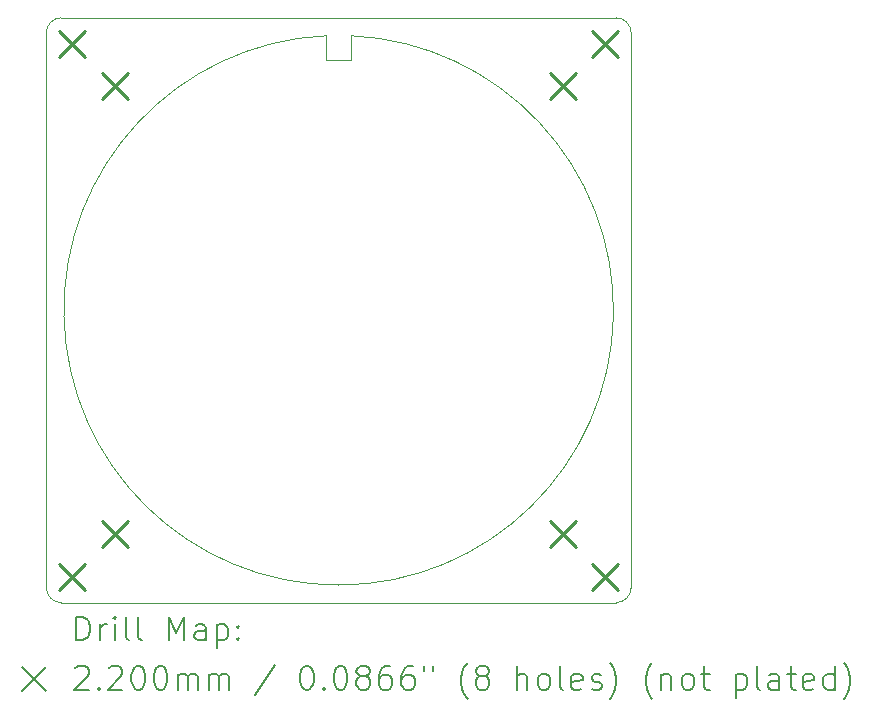
<source format=gbr>
%TF.GenerationSoftware,KiCad,Pcbnew,7.0.5*%
%TF.CreationDate,2024-08-05T11:44:23+08:00*%
%TF.ProjectId,TPS,5450532e-6b69-4636-9164-5f7063625858,rev?*%
%TF.SameCoordinates,Original*%
%TF.FileFunction,Drillmap*%
%TF.FilePolarity,Positive*%
%FSLAX45Y45*%
G04 Gerber Fmt 4.5, Leading zero omitted, Abs format (unit mm)*
G04 Created by KiCad (PCBNEW 7.0.5) date 2024-08-05 11:44:23*
%MOMM*%
%LPD*%
G01*
G04 APERTURE LIST*
%ADD10C,0.100000*%
%ADD11C,0.120000*%
%ADD12C,0.200000*%
%ADD13C,0.220000*%
G04 APERTURE END LIST*
D10*
X6426800Y-5924300D02*
X6426800Y-5720200D01*
D11*
X8670500Y-5568600D02*
X3973100Y-5568600D01*
X3846100Y-10393000D02*
G75*
G03*
X3973100Y-10520000I127000J0D01*
G01*
X3973100Y-5568600D02*
G75*
G03*
X3846100Y-5695600I0J-127000D01*
G01*
X8797500Y-10393000D02*
X8797500Y-5695600D01*
D10*
X6216800Y-5924300D02*
X6426800Y-5924300D01*
D11*
X8670500Y-10520000D02*
X3973100Y-10520000D01*
X3846100Y-5695600D02*
X3846100Y-10393000D01*
X8670500Y-10520000D02*
G75*
G03*
X8797500Y-10393000I0J127000D01*
G01*
X8797500Y-5695600D02*
G75*
G03*
X8670500Y-5568600I-127000J0D01*
G01*
D10*
X6216800Y-5924300D02*
X6216800Y-5720200D01*
X6216800Y-5720200D02*
G75*
G03*
X6426800Y-5720200I105000J-2324106D01*
G01*
D12*
D13*
X3956100Y-5678600D02*
X4176100Y-5898600D01*
X4176100Y-5678600D02*
X3956100Y-5898600D01*
X3956100Y-10190000D02*
X4176100Y-10410000D01*
X4176100Y-10190000D02*
X3956100Y-10410000D01*
X4316100Y-6038600D02*
X4536100Y-6258600D01*
X4536100Y-6038600D02*
X4316100Y-6258600D01*
X4316100Y-9830000D02*
X4536100Y-10050000D01*
X4536100Y-9830000D02*
X4316100Y-10050000D01*
X8107500Y-6038600D02*
X8327500Y-6258600D01*
X8327500Y-6038600D02*
X8107500Y-6258600D01*
X8107500Y-9830000D02*
X8327500Y-10050000D01*
X8327500Y-9830000D02*
X8107500Y-10050000D01*
X8467500Y-5678600D02*
X8687500Y-5898600D01*
X8687500Y-5678600D02*
X8467500Y-5898600D01*
X8467500Y-10190000D02*
X8687500Y-10410000D01*
X8687500Y-10190000D02*
X8467500Y-10410000D01*
D12*
X4100877Y-10837484D02*
X4100877Y-10637484D01*
X4100877Y-10637484D02*
X4148496Y-10637484D01*
X4148496Y-10637484D02*
X4177067Y-10647008D01*
X4177067Y-10647008D02*
X4196115Y-10666055D01*
X4196115Y-10666055D02*
X4205639Y-10685103D01*
X4205639Y-10685103D02*
X4215163Y-10723198D01*
X4215163Y-10723198D02*
X4215163Y-10751770D01*
X4215163Y-10751770D02*
X4205639Y-10789865D01*
X4205639Y-10789865D02*
X4196115Y-10808912D01*
X4196115Y-10808912D02*
X4177067Y-10827960D01*
X4177067Y-10827960D02*
X4148496Y-10837484D01*
X4148496Y-10837484D02*
X4100877Y-10837484D01*
X4300877Y-10837484D02*
X4300877Y-10704150D01*
X4300877Y-10742246D02*
X4310401Y-10723198D01*
X4310401Y-10723198D02*
X4319924Y-10713674D01*
X4319924Y-10713674D02*
X4338972Y-10704150D01*
X4338972Y-10704150D02*
X4358020Y-10704150D01*
X4424686Y-10837484D02*
X4424686Y-10704150D01*
X4424686Y-10637484D02*
X4415163Y-10647008D01*
X4415163Y-10647008D02*
X4424686Y-10656531D01*
X4424686Y-10656531D02*
X4434210Y-10647008D01*
X4434210Y-10647008D02*
X4424686Y-10637484D01*
X4424686Y-10637484D02*
X4424686Y-10656531D01*
X4548496Y-10837484D02*
X4529448Y-10827960D01*
X4529448Y-10827960D02*
X4519924Y-10808912D01*
X4519924Y-10808912D02*
X4519924Y-10637484D01*
X4653258Y-10837484D02*
X4634210Y-10827960D01*
X4634210Y-10827960D02*
X4624686Y-10808912D01*
X4624686Y-10808912D02*
X4624686Y-10637484D01*
X4881829Y-10837484D02*
X4881829Y-10637484D01*
X4881829Y-10637484D02*
X4948496Y-10780341D01*
X4948496Y-10780341D02*
X5015163Y-10637484D01*
X5015163Y-10637484D02*
X5015163Y-10837484D01*
X5196115Y-10837484D02*
X5196115Y-10732722D01*
X5196115Y-10732722D02*
X5186591Y-10713674D01*
X5186591Y-10713674D02*
X5167544Y-10704150D01*
X5167544Y-10704150D02*
X5129448Y-10704150D01*
X5129448Y-10704150D02*
X5110401Y-10713674D01*
X5196115Y-10827960D02*
X5177067Y-10837484D01*
X5177067Y-10837484D02*
X5129448Y-10837484D01*
X5129448Y-10837484D02*
X5110401Y-10827960D01*
X5110401Y-10827960D02*
X5100877Y-10808912D01*
X5100877Y-10808912D02*
X5100877Y-10789865D01*
X5100877Y-10789865D02*
X5110401Y-10770817D01*
X5110401Y-10770817D02*
X5129448Y-10761293D01*
X5129448Y-10761293D02*
X5177067Y-10761293D01*
X5177067Y-10761293D02*
X5196115Y-10751770D01*
X5291353Y-10704150D02*
X5291353Y-10904150D01*
X5291353Y-10713674D02*
X5310401Y-10704150D01*
X5310401Y-10704150D02*
X5348496Y-10704150D01*
X5348496Y-10704150D02*
X5367544Y-10713674D01*
X5367544Y-10713674D02*
X5377067Y-10723198D01*
X5377067Y-10723198D02*
X5386591Y-10742246D01*
X5386591Y-10742246D02*
X5386591Y-10799389D01*
X5386591Y-10799389D02*
X5377067Y-10818436D01*
X5377067Y-10818436D02*
X5367544Y-10827960D01*
X5367544Y-10827960D02*
X5348496Y-10837484D01*
X5348496Y-10837484D02*
X5310401Y-10837484D01*
X5310401Y-10837484D02*
X5291353Y-10827960D01*
X5472305Y-10818436D02*
X5481829Y-10827960D01*
X5481829Y-10827960D02*
X5472305Y-10837484D01*
X5472305Y-10837484D02*
X5462782Y-10827960D01*
X5462782Y-10827960D02*
X5472305Y-10818436D01*
X5472305Y-10818436D02*
X5472305Y-10837484D01*
X5472305Y-10713674D02*
X5481829Y-10723198D01*
X5481829Y-10723198D02*
X5472305Y-10732722D01*
X5472305Y-10732722D02*
X5462782Y-10723198D01*
X5462782Y-10723198D02*
X5472305Y-10713674D01*
X5472305Y-10713674D02*
X5472305Y-10732722D01*
X3640100Y-11066000D02*
X3840100Y-11266000D01*
X3840100Y-11066000D02*
X3640100Y-11266000D01*
X4091353Y-11076531D02*
X4100877Y-11067008D01*
X4100877Y-11067008D02*
X4119924Y-11057484D01*
X4119924Y-11057484D02*
X4167543Y-11057484D01*
X4167543Y-11057484D02*
X4186591Y-11067008D01*
X4186591Y-11067008D02*
X4196115Y-11076531D01*
X4196115Y-11076531D02*
X4205639Y-11095579D01*
X4205639Y-11095579D02*
X4205639Y-11114627D01*
X4205639Y-11114627D02*
X4196115Y-11143198D01*
X4196115Y-11143198D02*
X4081829Y-11257484D01*
X4081829Y-11257484D02*
X4205639Y-11257484D01*
X4291353Y-11238436D02*
X4300877Y-11247960D01*
X4300877Y-11247960D02*
X4291353Y-11257484D01*
X4291353Y-11257484D02*
X4281829Y-11247960D01*
X4281829Y-11247960D02*
X4291353Y-11238436D01*
X4291353Y-11238436D02*
X4291353Y-11257484D01*
X4377067Y-11076531D02*
X4386591Y-11067008D01*
X4386591Y-11067008D02*
X4405639Y-11057484D01*
X4405639Y-11057484D02*
X4453258Y-11057484D01*
X4453258Y-11057484D02*
X4472305Y-11067008D01*
X4472305Y-11067008D02*
X4481829Y-11076531D01*
X4481829Y-11076531D02*
X4491353Y-11095579D01*
X4491353Y-11095579D02*
X4491353Y-11114627D01*
X4491353Y-11114627D02*
X4481829Y-11143198D01*
X4481829Y-11143198D02*
X4367544Y-11257484D01*
X4367544Y-11257484D02*
X4491353Y-11257484D01*
X4615163Y-11057484D02*
X4634210Y-11057484D01*
X4634210Y-11057484D02*
X4653258Y-11067008D01*
X4653258Y-11067008D02*
X4662782Y-11076531D01*
X4662782Y-11076531D02*
X4672305Y-11095579D01*
X4672305Y-11095579D02*
X4681829Y-11133674D01*
X4681829Y-11133674D02*
X4681829Y-11181293D01*
X4681829Y-11181293D02*
X4672305Y-11219388D01*
X4672305Y-11219388D02*
X4662782Y-11238436D01*
X4662782Y-11238436D02*
X4653258Y-11247960D01*
X4653258Y-11247960D02*
X4634210Y-11257484D01*
X4634210Y-11257484D02*
X4615163Y-11257484D01*
X4615163Y-11257484D02*
X4596115Y-11247960D01*
X4596115Y-11247960D02*
X4586591Y-11238436D01*
X4586591Y-11238436D02*
X4577067Y-11219388D01*
X4577067Y-11219388D02*
X4567544Y-11181293D01*
X4567544Y-11181293D02*
X4567544Y-11133674D01*
X4567544Y-11133674D02*
X4577067Y-11095579D01*
X4577067Y-11095579D02*
X4586591Y-11076531D01*
X4586591Y-11076531D02*
X4596115Y-11067008D01*
X4596115Y-11067008D02*
X4615163Y-11057484D01*
X4805639Y-11057484D02*
X4824686Y-11057484D01*
X4824686Y-11057484D02*
X4843734Y-11067008D01*
X4843734Y-11067008D02*
X4853258Y-11076531D01*
X4853258Y-11076531D02*
X4862782Y-11095579D01*
X4862782Y-11095579D02*
X4872305Y-11133674D01*
X4872305Y-11133674D02*
X4872305Y-11181293D01*
X4872305Y-11181293D02*
X4862782Y-11219388D01*
X4862782Y-11219388D02*
X4853258Y-11238436D01*
X4853258Y-11238436D02*
X4843734Y-11247960D01*
X4843734Y-11247960D02*
X4824686Y-11257484D01*
X4824686Y-11257484D02*
X4805639Y-11257484D01*
X4805639Y-11257484D02*
X4786591Y-11247960D01*
X4786591Y-11247960D02*
X4777067Y-11238436D01*
X4777067Y-11238436D02*
X4767544Y-11219388D01*
X4767544Y-11219388D02*
X4758020Y-11181293D01*
X4758020Y-11181293D02*
X4758020Y-11133674D01*
X4758020Y-11133674D02*
X4767544Y-11095579D01*
X4767544Y-11095579D02*
X4777067Y-11076531D01*
X4777067Y-11076531D02*
X4786591Y-11067008D01*
X4786591Y-11067008D02*
X4805639Y-11057484D01*
X4958020Y-11257484D02*
X4958020Y-11124150D01*
X4958020Y-11143198D02*
X4967544Y-11133674D01*
X4967544Y-11133674D02*
X4986591Y-11124150D01*
X4986591Y-11124150D02*
X5015163Y-11124150D01*
X5015163Y-11124150D02*
X5034210Y-11133674D01*
X5034210Y-11133674D02*
X5043734Y-11152722D01*
X5043734Y-11152722D02*
X5043734Y-11257484D01*
X5043734Y-11152722D02*
X5053258Y-11133674D01*
X5053258Y-11133674D02*
X5072305Y-11124150D01*
X5072305Y-11124150D02*
X5100877Y-11124150D01*
X5100877Y-11124150D02*
X5119925Y-11133674D01*
X5119925Y-11133674D02*
X5129448Y-11152722D01*
X5129448Y-11152722D02*
X5129448Y-11257484D01*
X5224686Y-11257484D02*
X5224686Y-11124150D01*
X5224686Y-11143198D02*
X5234210Y-11133674D01*
X5234210Y-11133674D02*
X5253258Y-11124150D01*
X5253258Y-11124150D02*
X5281829Y-11124150D01*
X5281829Y-11124150D02*
X5300877Y-11133674D01*
X5300877Y-11133674D02*
X5310401Y-11152722D01*
X5310401Y-11152722D02*
X5310401Y-11257484D01*
X5310401Y-11152722D02*
X5319925Y-11133674D01*
X5319925Y-11133674D02*
X5338972Y-11124150D01*
X5338972Y-11124150D02*
X5367544Y-11124150D01*
X5367544Y-11124150D02*
X5386591Y-11133674D01*
X5386591Y-11133674D02*
X5396115Y-11152722D01*
X5396115Y-11152722D02*
X5396115Y-11257484D01*
X5786591Y-11047960D02*
X5615163Y-11305103D01*
X6043734Y-11057484D02*
X6062782Y-11057484D01*
X6062782Y-11057484D02*
X6081829Y-11067008D01*
X6081829Y-11067008D02*
X6091353Y-11076531D01*
X6091353Y-11076531D02*
X6100877Y-11095579D01*
X6100877Y-11095579D02*
X6110401Y-11133674D01*
X6110401Y-11133674D02*
X6110401Y-11181293D01*
X6110401Y-11181293D02*
X6100877Y-11219388D01*
X6100877Y-11219388D02*
X6091353Y-11238436D01*
X6091353Y-11238436D02*
X6081829Y-11247960D01*
X6081829Y-11247960D02*
X6062782Y-11257484D01*
X6062782Y-11257484D02*
X6043734Y-11257484D01*
X6043734Y-11257484D02*
X6024686Y-11247960D01*
X6024686Y-11247960D02*
X6015163Y-11238436D01*
X6015163Y-11238436D02*
X6005639Y-11219388D01*
X6005639Y-11219388D02*
X5996115Y-11181293D01*
X5996115Y-11181293D02*
X5996115Y-11133674D01*
X5996115Y-11133674D02*
X6005639Y-11095579D01*
X6005639Y-11095579D02*
X6015163Y-11076531D01*
X6015163Y-11076531D02*
X6024686Y-11067008D01*
X6024686Y-11067008D02*
X6043734Y-11057484D01*
X6196115Y-11238436D02*
X6205639Y-11247960D01*
X6205639Y-11247960D02*
X6196115Y-11257484D01*
X6196115Y-11257484D02*
X6186591Y-11247960D01*
X6186591Y-11247960D02*
X6196115Y-11238436D01*
X6196115Y-11238436D02*
X6196115Y-11257484D01*
X6329448Y-11057484D02*
X6348496Y-11057484D01*
X6348496Y-11057484D02*
X6367544Y-11067008D01*
X6367544Y-11067008D02*
X6377067Y-11076531D01*
X6377067Y-11076531D02*
X6386591Y-11095579D01*
X6386591Y-11095579D02*
X6396115Y-11133674D01*
X6396115Y-11133674D02*
X6396115Y-11181293D01*
X6396115Y-11181293D02*
X6386591Y-11219388D01*
X6386591Y-11219388D02*
X6377067Y-11238436D01*
X6377067Y-11238436D02*
X6367544Y-11247960D01*
X6367544Y-11247960D02*
X6348496Y-11257484D01*
X6348496Y-11257484D02*
X6329448Y-11257484D01*
X6329448Y-11257484D02*
X6310401Y-11247960D01*
X6310401Y-11247960D02*
X6300877Y-11238436D01*
X6300877Y-11238436D02*
X6291353Y-11219388D01*
X6291353Y-11219388D02*
X6281829Y-11181293D01*
X6281829Y-11181293D02*
X6281829Y-11133674D01*
X6281829Y-11133674D02*
X6291353Y-11095579D01*
X6291353Y-11095579D02*
X6300877Y-11076531D01*
X6300877Y-11076531D02*
X6310401Y-11067008D01*
X6310401Y-11067008D02*
X6329448Y-11057484D01*
X6510401Y-11143198D02*
X6491353Y-11133674D01*
X6491353Y-11133674D02*
X6481829Y-11124150D01*
X6481829Y-11124150D02*
X6472306Y-11105103D01*
X6472306Y-11105103D02*
X6472306Y-11095579D01*
X6472306Y-11095579D02*
X6481829Y-11076531D01*
X6481829Y-11076531D02*
X6491353Y-11067008D01*
X6491353Y-11067008D02*
X6510401Y-11057484D01*
X6510401Y-11057484D02*
X6548496Y-11057484D01*
X6548496Y-11057484D02*
X6567544Y-11067008D01*
X6567544Y-11067008D02*
X6577067Y-11076531D01*
X6577067Y-11076531D02*
X6586591Y-11095579D01*
X6586591Y-11095579D02*
X6586591Y-11105103D01*
X6586591Y-11105103D02*
X6577067Y-11124150D01*
X6577067Y-11124150D02*
X6567544Y-11133674D01*
X6567544Y-11133674D02*
X6548496Y-11143198D01*
X6548496Y-11143198D02*
X6510401Y-11143198D01*
X6510401Y-11143198D02*
X6491353Y-11152722D01*
X6491353Y-11152722D02*
X6481829Y-11162246D01*
X6481829Y-11162246D02*
X6472306Y-11181293D01*
X6472306Y-11181293D02*
X6472306Y-11219388D01*
X6472306Y-11219388D02*
X6481829Y-11238436D01*
X6481829Y-11238436D02*
X6491353Y-11247960D01*
X6491353Y-11247960D02*
X6510401Y-11257484D01*
X6510401Y-11257484D02*
X6548496Y-11257484D01*
X6548496Y-11257484D02*
X6567544Y-11247960D01*
X6567544Y-11247960D02*
X6577067Y-11238436D01*
X6577067Y-11238436D02*
X6586591Y-11219388D01*
X6586591Y-11219388D02*
X6586591Y-11181293D01*
X6586591Y-11181293D02*
X6577067Y-11162246D01*
X6577067Y-11162246D02*
X6567544Y-11152722D01*
X6567544Y-11152722D02*
X6548496Y-11143198D01*
X6758020Y-11057484D02*
X6719925Y-11057484D01*
X6719925Y-11057484D02*
X6700877Y-11067008D01*
X6700877Y-11067008D02*
X6691353Y-11076531D01*
X6691353Y-11076531D02*
X6672306Y-11105103D01*
X6672306Y-11105103D02*
X6662782Y-11143198D01*
X6662782Y-11143198D02*
X6662782Y-11219388D01*
X6662782Y-11219388D02*
X6672306Y-11238436D01*
X6672306Y-11238436D02*
X6681829Y-11247960D01*
X6681829Y-11247960D02*
X6700877Y-11257484D01*
X6700877Y-11257484D02*
X6738972Y-11257484D01*
X6738972Y-11257484D02*
X6758020Y-11247960D01*
X6758020Y-11247960D02*
X6767544Y-11238436D01*
X6767544Y-11238436D02*
X6777067Y-11219388D01*
X6777067Y-11219388D02*
X6777067Y-11171770D01*
X6777067Y-11171770D02*
X6767544Y-11152722D01*
X6767544Y-11152722D02*
X6758020Y-11143198D01*
X6758020Y-11143198D02*
X6738972Y-11133674D01*
X6738972Y-11133674D02*
X6700877Y-11133674D01*
X6700877Y-11133674D02*
X6681829Y-11143198D01*
X6681829Y-11143198D02*
X6672306Y-11152722D01*
X6672306Y-11152722D02*
X6662782Y-11171770D01*
X6948496Y-11057484D02*
X6910401Y-11057484D01*
X6910401Y-11057484D02*
X6891353Y-11067008D01*
X6891353Y-11067008D02*
X6881829Y-11076531D01*
X6881829Y-11076531D02*
X6862782Y-11105103D01*
X6862782Y-11105103D02*
X6853258Y-11143198D01*
X6853258Y-11143198D02*
X6853258Y-11219388D01*
X6853258Y-11219388D02*
X6862782Y-11238436D01*
X6862782Y-11238436D02*
X6872306Y-11247960D01*
X6872306Y-11247960D02*
X6891353Y-11257484D01*
X6891353Y-11257484D02*
X6929448Y-11257484D01*
X6929448Y-11257484D02*
X6948496Y-11247960D01*
X6948496Y-11247960D02*
X6958020Y-11238436D01*
X6958020Y-11238436D02*
X6967544Y-11219388D01*
X6967544Y-11219388D02*
X6967544Y-11171770D01*
X6967544Y-11171770D02*
X6958020Y-11152722D01*
X6958020Y-11152722D02*
X6948496Y-11143198D01*
X6948496Y-11143198D02*
X6929448Y-11133674D01*
X6929448Y-11133674D02*
X6891353Y-11133674D01*
X6891353Y-11133674D02*
X6872306Y-11143198D01*
X6872306Y-11143198D02*
X6862782Y-11152722D01*
X6862782Y-11152722D02*
X6853258Y-11171770D01*
X7043734Y-11057484D02*
X7043734Y-11095579D01*
X7119925Y-11057484D02*
X7119925Y-11095579D01*
X7415163Y-11333674D02*
X7405639Y-11324150D01*
X7405639Y-11324150D02*
X7386591Y-11295579D01*
X7386591Y-11295579D02*
X7377068Y-11276531D01*
X7377068Y-11276531D02*
X7367544Y-11247960D01*
X7367544Y-11247960D02*
X7358020Y-11200341D01*
X7358020Y-11200341D02*
X7358020Y-11162246D01*
X7358020Y-11162246D02*
X7367544Y-11114627D01*
X7367544Y-11114627D02*
X7377068Y-11086055D01*
X7377068Y-11086055D02*
X7386591Y-11067008D01*
X7386591Y-11067008D02*
X7405639Y-11038436D01*
X7405639Y-11038436D02*
X7415163Y-11028912D01*
X7519925Y-11143198D02*
X7500877Y-11133674D01*
X7500877Y-11133674D02*
X7491353Y-11124150D01*
X7491353Y-11124150D02*
X7481829Y-11105103D01*
X7481829Y-11105103D02*
X7481829Y-11095579D01*
X7481829Y-11095579D02*
X7491353Y-11076531D01*
X7491353Y-11076531D02*
X7500877Y-11067008D01*
X7500877Y-11067008D02*
X7519925Y-11057484D01*
X7519925Y-11057484D02*
X7558020Y-11057484D01*
X7558020Y-11057484D02*
X7577068Y-11067008D01*
X7577068Y-11067008D02*
X7586591Y-11076531D01*
X7586591Y-11076531D02*
X7596115Y-11095579D01*
X7596115Y-11095579D02*
X7596115Y-11105103D01*
X7596115Y-11105103D02*
X7586591Y-11124150D01*
X7586591Y-11124150D02*
X7577068Y-11133674D01*
X7577068Y-11133674D02*
X7558020Y-11143198D01*
X7558020Y-11143198D02*
X7519925Y-11143198D01*
X7519925Y-11143198D02*
X7500877Y-11152722D01*
X7500877Y-11152722D02*
X7491353Y-11162246D01*
X7491353Y-11162246D02*
X7481829Y-11181293D01*
X7481829Y-11181293D02*
X7481829Y-11219388D01*
X7481829Y-11219388D02*
X7491353Y-11238436D01*
X7491353Y-11238436D02*
X7500877Y-11247960D01*
X7500877Y-11247960D02*
X7519925Y-11257484D01*
X7519925Y-11257484D02*
X7558020Y-11257484D01*
X7558020Y-11257484D02*
X7577068Y-11247960D01*
X7577068Y-11247960D02*
X7586591Y-11238436D01*
X7586591Y-11238436D02*
X7596115Y-11219388D01*
X7596115Y-11219388D02*
X7596115Y-11181293D01*
X7596115Y-11181293D02*
X7586591Y-11162246D01*
X7586591Y-11162246D02*
X7577068Y-11152722D01*
X7577068Y-11152722D02*
X7558020Y-11143198D01*
X7834210Y-11257484D02*
X7834210Y-11057484D01*
X7919925Y-11257484D02*
X7919925Y-11152722D01*
X7919925Y-11152722D02*
X7910401Y-11133674D01*
X7910401Y-11133674D02*
X7891353Y-11124150D01*
X7891353Y-11124150D02*
X7862782Y-11124150D01*
X7862782Y-11124150D02*
X7843734Y-11133674D01*
X7843734Y-11133674D02*
X7834210Y-11143198D01*
X8043734Y-11257484D02*
X8024687Y-11247960D01*
X8024687Y-11247960D02*
X8015163Y-11238436D01*
X8015163Y-11238436D02*
X8005639Y-11219388D01*
X8005639Y-11219388D02*
X8005639Y-11162246D01*
X8005639Y-11162246D02*
X8015163Y-11143198D01*
X8015163Y-11143198D02*
X8024687Y-11133674D01*
X8024687Y-11133674D02*
X8043734Y-11124150D01*
X8043734Y-11124150D02*
X8072306Y-11124150D01*
X8072306Y-11124150D02*
X8091353Y-11133674D01*
X8091353Y-11133674D02*
X8100877Y-11143198D01*
X8100877Y-11143198D02*
X8110401Y-11162246D01*
X8110401Y-11162246D02*
X8110401Y-11219388D01*
X8110401Y-11219388D02*
X8100877Y-11238436D01*
X8100877Y-11238436D02*
X8091353Y-11247960D01*
X8091353Y-11247960D02*
X8072306Y-11257484D01*
X8072306Y-11257484D02*
X8043734Y-11257484D01*
X8224687Y-11257484D02*
X8205639Y-11247960D01*
X8205639Y-11247960D02*
X8196115Y-11228912D01*
X8196115Y-11228912D02*
X8196115Y-11057484D01*
X8377068Y-11247960D02*
X8358020Y-11257484D01*
X8358020Y-11257484D02*
X8319925Y-11257484D01*
X8319925Y-11257484D02*
X8300877Y-11247960D01*
X8300877Y-11247960D02*
X8291353Y-11228912D01*
X8291353Y-11228912D02*
X8291353Y-11152722D01*
X8291353Y-11152722D02*
X8300877Y-11133674D01*
X8300877Y-11133674D02*
X8319925Y-11124150D01*
X8319925Y-11124150D02*
X8358020Y-11124150D01*
X8358020Y-11124150D02*
X8377068Y-11133674D01*
X8377068Y-11133674D02*
X8386591Y-11152722D01*
X8386591Y-11152722D02*
X8386591Y-11171770D01*
X8386591Y-11171770D02*
X8291353Y-11190817D01*
X8462782Y-11247960D02*
X8481830Y-11257484D01*
X8481830Y-11257484D02*
X8519925Y-11257484D01*
X8519925Y-11257484D02*
X8538973Y-11247960D01*
X8538973Y-11247960D02*
X8548496Y-11228912D01*
X8548496Y-11228912D02*
X8548496Y-11219388D01*
X8548496Y-11219388D02*
X8538973Y-11200341D01*
X8538973Y-11200341D02*
X8519925Y-11190817D01*
X8519925Y-11190817D02*
X8491353Y-11190817D01*
X8491353Y-11190817D02*
X8472306Y-11181293D01*
X8472306Y-11181293D02*
X8462782Y-11162246D01*
X8462782Y-11162246D02*
X8462782Y-11152722D01*
X8462782Y-11152722D02*
X8472306Y-11133674D01*
X8472306Y-11133674D02*
X8491353Y-11124150D01*
X8491353Y-11124150D02*
X8519925Y-11124150D01*
X8519925Y-11124150D02*
X8538973Y-11133674D01*
X8615163Y-11333674D02*
X8624687Y-11324150D01*
X8624687Y-11324150D02*
X8643734Y-11295579D01*
X8643734Y-11295579D02*
X8653258Y-11276531D01*
X8653258Y-11276531D02*
X8662782Y-11247960D01*
X8662782Y-11247960D02*
X8672306Y-11200341D01*
X8672306Y-11200341D02*
X8672306Y-11162246D01*
X8672306Y-11162246D02*
X8662782Y-11114627D01*
X8662782Y-11114627D02*
X8653258Y-11086055D01*
X8653258Y-11086055D02*
X8643734Y-11067008D01*
X8643734Y-11067008D02*
X8624687Y-11038436D01*
X8624687Y-11038436D02*
X8615163Y-11028912D01*
X8977068Y-11333674D02*
X8967544Y-11324150D01*
X8967544Y-11324150D02*
X8948496Y-11295579D01*
X8948496Y-11295579D02*
X8938973Y-11276531D01*
X8938973Y-11276531D02*
X8929449Y-11247960D01*
X8929449Y-11247960D02*
X8919925Y-11200341D01*
X8919925Y-11200341D02*
X8919925Y-11162246D01*
X8919925Y-11162246D02*
X8929449Y-11114627D01*
X8929449Y-11114627D02*
X8938973Y-11086055D01*
X8938973Y-11086055D02*
X8948496Y-11067008D01*
X8948496Y-11067008D02*
X8967544Y-11038436D01*
X8967544Y-11038436D02*
X8977068Y-11028912D01*
X9053258Y-11124150D02*
X9053258Y-11257484D01*
X9053258Y-11143198D02*
X9062782Y-11133674D01*
X9062782Y-11133674D02*
X9081830Y-11124150D01*
X9081830Y-11124150D02*
X9110401Y-11124150D01*
X9110401Y-11124150D02*
X9129449Y-11133674D01*
X9129449Y-11133674D02*
X9138973Y-11152722D01*
X9138973Y-11152722D02*
X9138973Y-11257484D01*
X9262782Y-11257484D02*
X9243734Y-11247960D01*
X9243734Y-11247960D02*
X9234211Y-11238436D01*
X9234211Y-11238436D02*
X9224687Y-11219388D01*
X9224687Y-11219388D02*
X9224687Y-11162246D01*
X9224687Y-11162246D02*
X9234211Y-11143198D01*
X9234211Y-11143198D02*
X9243734Y-11133674D01*
X9243734Y-11133674D02*
X9262782Y-11124150D01*
X9262782Y-11124150D02*
X9291354Y-11124150D01*
X9291354Y-11124150D02*
X9310401Y-11133674D01*
X9310401Y-11133674D02*
X9319925Y-11143198D01*
X9319925Y-11143198D02*
X9329449Y-11162246D01*
X9329449Y-11162246D02*
X9329449Y-11219388D01*
X9329449Y-11219388D02*
X9319925Y-11238436D01*
X9319925Y-11238436D02*
X9310401Y-11247960D01*
X9310401Y-11247960D02*
X9291354Y-11257484D01*
X9291354Y-11257484D02*
X9262782Y-11257484D01*
X9386592Y-11124150D02*
X9462782Y-11124150D01*
X9415163Y-11057484D02*
X9415163Y-11228912D01*
X9415163Y-11228912D02*
X9424687Y-11247960D01*
X9424687Y-11247960D02*
X9443734Y-11257484D01*
X9443734Y-11257484D02*
X9462782Y-11257484D01*
X9681830Y-11124150D02*
X9681830Y-11324150D01*
X9681830Y-11133674D02*
X9700877Y-11124150D01*
X9700877Y-11124150D02*
X9738973Y-11124150D01*
X9738973Y-11124150D02*
X9758020Y-11133674D01*
X9758020Y-11133674D02*
X9767544Y-11143198D01*
X9767544Y-11143198D02*
X9777068Y-11162246D01*
X9777068Y-11162246D02*
X9777068Y-11219388D01*
X9777068Y-11219388D02*
X9767544Y-11238436D01*
X9767544Y-11238436D02*
X9758020Y-11247960D01*
X9758020Y-11247960D02*
X9738973Y-11257484D01*
X9738973Y-11257484D02*
X9700877Y-11257484D01*
X9700877Y-11257484D02*
X9681830Y-11247960D01*
X9891354Y-11257484D02*
X9872306Y-11247960D01*
X9872306Y-11247960D02*
X9862782Y-11228912D01*
X9862782Y-11228912D02*
X9862782Y-11057484D01*
X10053258Y-11257484D02*
X10053258Y-11152722D01*
X10053258Y-11152722D02*
X10043735Y-11133674D01*
X10043735Y-11133674D02*
X10024687Y-11124150D01*
X10024687Y-11124150D02*
X9986592Y-11124150D01*
X9986592Y-11124150D02*
X9967544Y-11133674D01*
X10053258Y-11247960D02*
X10034211Y-11257484D01*
X10034211Y-11257484D02*
X9986592Y-11257484D01*
X9986592Y-11257484D02*
X9967544Y-11247960D01*
X9967544Y-11247960D02*
X9958020Y-11228912D01*
X9958020Y-11228912D02*
X9958020Y-11209865D01*
X9958020Y-11209865D02*
X9967544Y-11190817D01*
X9967544Y-11190817D02*
X9986592Y-11181293D01*
X9986592Y-11181293D02*
X10034211Y-11181293D01*
X10034211Y-11181293D02*
X10053258Y-11171770D01*
X10119925Y-11124150D02*
X10196115Y-11124150D01*
X10148496Y-11057484D02*
X10148496Y-11228912D01*
X10148496Y-11228912D02*
X10158020Y-11247960D01*
X10158020Y-11247960D02*
X10177068Y-11257484D01*
X10177068Y-11257484D02*
X10196115Y-11257484D01*
X10338973Y-11247960D02*
X10319925Y-11257484D01*
X10319925Y-11257484D02*
X10281830Y-11257484D01*
X10281830Y-11257484D02*
X10262782Y-11247960D01*
X10262782Y-11247960D02*
X10253258Y-11228912D01*
X10253258Y-11228912D02*
X10253258Y-11152722D01*
X10253258Y-11152722D02*
X10262782Y-11133674D01*
X10262782Y-11133674D02*
X10281830Y-11124150D01*
X10281830Y-11124150D02*
X10319925Y-11124150D01*
X10319925Y-11124150D02*
X10338973Y-11133674D01*
X10338973Y-11133674D02*
X10348496Y-11152722D01*
X10348496Y-11152722D02*
X10348496Y-11171770D01*
X10348496Y-11171770D02*
X10253258Y-11190817D01*
X10519925Y-11257484D02*
X10519925Y-11057484D01*
X10519925Y-11247960D02*
X10500877Y-11257484D01*
X10500877Y-11257484D02*
X10462782Y-11257484D01*
X10462782Y-11257484D02*
X10443735Y-11247960D01*
X10443735Y-11247960D02*
X10434211Y-11238436D01*
X10434211Y-11238436D02*
X10424687Y-11219388D01*
X10424687Y-11219388D02*
X10424687Y-11162246D01*
X10424687Y-11162246D02*
X10434211Y-11143198D01*
X10434211Y-11143198D02*
X10443735Y-11133674D01*
X10443735Y-11133674D02*
X10462782Y-11124150D01*
X10462782Y-11124150D02*
X10500877Y-11124150D01*
X10500877Y-11124150D02*
X10519925Y-11133674D01*
X10596116Y-11333674D02*
X10605639Y-11324150D01*
X10605639Y-11324150D02*
X10624687Y-11295579D01*
X10624687Y-11295579D02*
X10634211Y-11276531D01*
X10634211Y-11276531D02*
X10643735Y-11247960D01*
X10643735Y-11247960D02*
X10653258Y-11200341D01*
X10653258Y-11200341D02*
X10653258Y-11162246D01*
X10653258Y-11162246D02*
X10643735Y-11114627D01*
X10643735Y-11114627D02*
X10634211Y-11086055D01*
X10634211Y-11086055D02*
X10624687Y-11067008D01*
X10624687Y-11067008D02*
X10605639Y-11038436D01*
X10605639Y-11038436D02*
X10596116Y-11028912D01*
M02*

</source>
